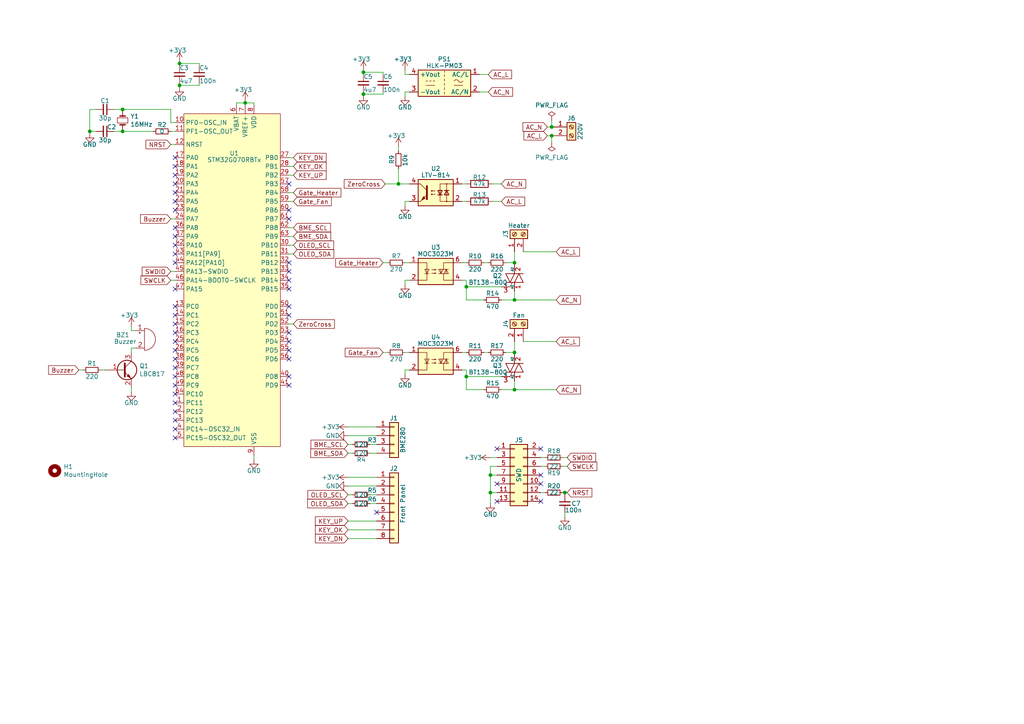
<source format=kicad_sch>
(kicad_sch (version 20211123) (generator eeschema)
  (paper "A4")
  (lib_symbols
    (symbol "Connector:Screw_Terminal_01x02" (pin_names (offset 1.016) hide)
      (property "Reference" "J" (at 0 2.54 0))
      (property "Value" "Screw_Terminal_01x02" (at 0 -5.08 0))
      (symbol "Screw_Terminal_01x02_1_1"
        (rectangle (start -1.27 1.27) (end 1.27 -3.81) (stroke (width 0.254)) (fill (type background)))
        (circle (center 0 -2.54) (radius 0.635) (stroke (width 0.1524)))
        (polyline (pts (xy -0.5334 -2.2098) (xy 0.3302 -3.048)) (stroke (width 0.1524)))
        (polyline (pts (xy -0.5334 0.3302) (xy 0.3302 -0.508)) (stroke (width 0.1524)))
        (polyline (pts (xy -0.3556 -2.032) (xy 0.508 -2.8702)) (stroke (width 0.1524)))
        (polyline (pts (xy -0.3556 0.508) (xy 0.508 -0.3302)) (stroke (width 0.1524)))
        (circle (center 0 0) (radius 0.635) (stroke (width 0.1524)))
        (pin passive line (at -5.08 0 0) (length 3.81) (name "Pin_1") (number "1"))
        (pin passive line (at -5.08 -2.54 0) (length 3.81) (name "Pin_2") (number "2"))
      )
    )
    (symbol "Connector_Generic:Conn_01x04" (pin_names (offset 1.016) hide)
      (property "Reference" "J" (at 0 5.08 0))
      (property "Value" "Conn_01x04" (at 0 -7.62 0))
      (symbol "Conn_01x04_1_1"
        (rectangle (start -1.27 -4.953) (end 0 -5.207) (stroke (width 0.1524)))
        (rectangle (start -1.27 -2.413) (end 0 -2.667) (stroke (width 0.1524)))
        (rectangle (start -1.27 0.127) (end 0 -0.127) (stroke (width 0.1524)))
        (rectangle (start -1.27 2.667) (end 0 2.413) (stroke (width 0.1524)))
        (rectangle (start -1.27 3.81) (end 1.27 -6.35) (stroke (width 0.254)) (fill (type background)))
        (pin passive line (at -5.08 2.54 0) (length 3.81) (name "Pin_1") (number "1"))
        (pin passive line (at -5.08 0 0) (length 3.81) (name "Pin_2") (number "2"))
        (pin passive line (at -5.08 -2.54 0) (length 3.81) (name "Pin_3") (number "3"))
        (pin passive line (at -5.08 -5.08 0) (length 3.81) (name "Pin_4") (number "4"))
      )
    )
    (symbol "Connector_Generic:Conn_01x08" (pin_names (offset 1.016) hide)
      (property "Reference" "J" (at 0 10.16 0))
      (property "Value" "Conn_01x08" (at 0 -12.7 0))
      (symbol "Conn_01x08_1_1"
        (rectangle (start -1.27 -10.033) (end 0 -10.287) (stroke (width 0.1524)))
        (rectangle (start -1.27 -7.493) (end 0 -7.747) (stroke (width 0.1524)))
        (rectangle (start -1.27 -4.953) (end 0 -5.207) (stroke (width 0.1524)))
        (rectangle (start -1.27 -2.413) (end 0 -2.667) (stroke (width 0.1524)))
        (rectangle (start -1.27 0.127) (end 0 -0.127) (stroke (width 0.1524)))
        (rectangle (start -1.27 2.667) (end 0 2.413) (stroke (width 0.1524)))
        (rectangle (start -1.27 5.207) (end 0 4.953) (stroke (width 0.1524)))
        (rectangle (start -1.27 7.747) (end 0 7.493) (stroke (width 0.1524)))
        (rectangle (start -1.27 8.89) (end 1.27 -11.43) (stroke (width 0.254)) (fill (type background)))
        (pin passive line (at -5.08 7.62 0) (length 3.81) (name "Pin_1") (number "1"))
        (pin passive line (at -5.08 5.08 0) (length 3.81) (name "Pin_2") (number "2"))
        (pin passive line (at -5.08 2.54 0) (length 3.81) (name "Pin_3") (number "3"))
        (pin passive line (at -5.08 0 0) (length 3.81) (name "Pin_4") (number "4"))
        (pin passive line (at -5.08 -2.54 0) (length 3.81) (name "Pin_5") (number "5"))
        (pin passive line (at -5.08 -5.08 0) (length 3.81) (name "Pin_6") (number "6"))
        (pin passive line (at -5.08 -7.62 0) (length 3.81) (name "Pin_7") (number "7"))
        (pin passive line (at -5.08 -10.16 0) (length 3.81) (name "Pin_8") (number "8"))
      )
    )
    (symbol "Connector_Generic:Conn_02x07_Odd_Even" (pin_names (offset 1.016) hide)
      (property "Reference" "J" (at 1.27 10.16 0))
      (property "Value" "Conn_02x07_Odd_Even" (at 1.27 -10.16 0))
      (symbol "Conn_02x07_Odd_Even_1_1"
        (rectangle (start -1.27 -7.493) (end 0 -7.747) (stroke (width 0.1524)))
        (rectangle (start -1.27 -4.953) (end 0 -5.207) (stroke (width 0.1524)))
        (rectangle (start -1.27 -2.413) (end 0 -2.667) (stroke (width 0.1524)))
        (rectangle (start -1.27 0.127) (end 0 -0.127) (stroke (width 0.1524)))
        (rectangle (start -1.27 2.667) (end 0 2.413) (stroke (width 0.1524)))
        (rectangle (start -1.27 5.207) (end 0 4.953) (stroke (width 0.1524)))
        (rectangle (start -1.27 7.747) (end 0 7.493) (stroke (width 0.1524)))
        (rectangle (start -1.27 8.89) (end 3.81 -8.89) (stroke (width 0.254)) (fill (type background)))
        (rectangle (start 3.81 -7.493) (end 2.54 -7.747) (stroke (width 0.1524)))
        (rectangle (start 3.81 -4.953) (end 2.54 -5.207) (stroke (width 0.1524)))
        (rectangle (start 3.81 -2.413) (end 2.54 -2.667) (stroke (width 0.1524)))
        (rectangle (start 3.81 0.127) (end 2.54 -0.127) (stroke (width 0.1524)))
        (rectangle (start 3.81 2.667) (end 2.54 2.413) (stroke (width 0.1524)))
        (rectangle (start 3.81 5.207) (end 2.54 4.953) (stroke (width 0.1524)))
        (rectangle (start 3.81 7.747) (end 2.54 7.493) (stroke (width 0.1524)))
        (pin passive line (at -5.08 7.62 0) (length 3.81) (name "Pin_1") (number "1"))
        (pin passive line (at 7.62 -2.54 180) (length 3.81) (name "Pin_10") (number "10"))
        (pin passive line (at -5.08 -5.08 0) (length 3.81) (name "Pin_11") (number "11"))
        (pin passive line (at 7.62 -5.08 180) (length 3.81) (name "Pin_12") (number "12"))
        (pin passive line (at -5.08 -7.62 0) (length 3.81) (name "Pin_13") (number "13"))
        (pin passive line (at 7.62 -7.62 180) (length 3.81) (name "Pin_14") (number "14"))
        (pin passive line (at 7.62 7.62 180) (length 3.81) (name "Pin_2") (number "2"))
        (pin passive line (at -5.08 5.08 0) (length 3.81) (name "Pin_3") (number "3"))
        (pin passive line (at 7.62 5.08 180) (length 3.81) (name "Pin_4") (number "4"))
        (pin passive line (at -5.08 2.54 0) (length 3.81) (name "Pin_5") (number "5"))
        (pin passive line (at 7.62 2.54 180) (length 3.81) (name "Pin_6") (number "6"))
        (pin passive line (at -5.08 0 0) (length 3.81) (name "Pin_7") (number "7"))
        (pin passive line (at 7.62 0 180) (length 3.81) (name "Pin_8") (number "8"))
        (pin passive line (at -5.08 -2.54 0) (length 3.81) (name "Pin_9") (number "9"))
      )
    )
    (symbol "Converter_ACDC:HLK-PM03"
      (property "Reference" "PS" (at 0 5.08 0))
      (property "Value" "HLK-PM03" (at 0 -5.08 0))
      (symbol "HLK-PM03_0_1"
        (rectangle (start -7.62 3.81) (end 7.62 -3.81) (stroke (width 0.254)) (fill (type background)))
        (arc (start -5.334 0.635) (mid -4.699 0.2495) (end -4.064 0.635))
        (arc (start -2.794 0.635) (mid -3.429 1.0072) (end -4.064 0.635))
        (polyline (pts (xy -5.334 -0.635) (xy -2.794 -0.635)))
        (polyline (pts (xy 0 -2.54) (xy 0 -3.175)))
        (polyline (pts (xy 0 -1.27) (xy 0 -1.905)))
        (polyline (pts (xy 0 0) (xy 0 -0.635)))
        (polyline (pts (xy 0 1.27) (xy 0 0.635)))
        (polyline (pts (xy 0 2.54) (xy 0 1.905)))
        (polyline (pts (xy 0 3.81) (xy 0 3.175)))
        (polyline (pts (xy 2.794 -0.635) (xy 5.334 -0.635)))
        (polyline (pts (xy 2.794 0.635) (xy 3.302 0.635)))
        (polyline (pts (xy 3.81 0.635) (xy 4.318 0.635)))
        (polyline (pts (xy 4.826 0.635) (xy 5.334 0.635)))
      )
      (symbol "HLK-PM03_1_1"
        (pin power_in line (at -10.16 2.54 0) (length 2.54) (name "AC/L") (number "1"))
        (pin power_in line (at -10.16 -2.54 0) (length 2.54) (name "AC/N") (number "2"))
        (pin power_out line (at 10.16 -2.54 180) (length 2.54) (name "-Vout") (number "3"))
        (pin power_out line (at 10.16 2.54 180) (length 2.54) (name "+Vout") (number "4"))
      )
    )
    (symbol "Device:Buzzer" (pin_names (offset 0.0254) hide)
      (property "Reference" "BZ" (at 3.81 1.27 0))
      (property "Value" "Buzzer" (at 3.81 -1.27 0))
      (symbol "Buzzer_0_1"
        (arc (start 0 -3.175) (mid 3.175 0) (end 0 3.175))
        (polyline (pts (xy -1.651 1.905) (xy -1.143 1.905)))
        (polyline (pts (xy -1.397 2.159) (xy -1.397 1.651)))
        (polyline (pts (xy 0 3.175) (xy 0 -3.175)))
      )
      (symbol "Buzzer_1_1"
        (pin passive line (at -2.54 2.54 0) (length 2.54) (name "-") (number "1"))
        (pin passive line (at -2.54 -2.54 0) (length 2.54) (name "+") (number "2"))
      )
    )
    (symbol "Device:C_Small" (pin_numbers hide) (pin_names (offset 0.254) hide)
      (property "Reference" "C" (at 0.254 1.778 0))
      (property "Value" "C_Small" (at 0.254 -2.032 0))
      (symbol "C_Small_0_1"
        (polyline (pts (xy -1.524 -0.508) (xy 1.524 -0.508)) (stroke (width 0.3302)))
        (polyline (pts (xy -1.524 0.508) (xy 1.524 0.508)) (stroke (width 0.3048)))
      )
      (symbol "C_Small_1_1"
        (pin passive line (at 0 2.54 270) (length 2.032) (name "~") (number "1"))
        (pin passive line (at 0 -2.54 90) (length 2.032) (name "~") (number "2"))
      )
    )
    (symbol "Device:Crystal_Small" (pin_numbers hide) (pin_names (offset 1.016) hide)
      (property "Reference" "Y" (at 0 2.54 0))
      (property "Value" "Crystal_Small" (at 0 -2.54 0))
      (symbol "Crystal_Small_0_1"
        (rectangle (start -0.762 -1.524) (end 0.762 1.524))
        (polyline (pts (xy -1.27 -0.762) (xy -1.27 0.762)) (stroke (width 0.381)))
        (polyline (pts (xy 1.27 -0.762) (xy 1.27 0.762)) (stroke (width 0.381)))
      )
      (symbol "Crystal_Small_1_1"
        (pin passive line (at -2.54 0 0) (length 1.27) (name "1") (number "1"))
        (pin passive line (at 2.54 0 180) (length 1.27) (name "2") (number "2"))
      )
    )
    (symbol "Device:Q_NPN_BEC" (pin_names (offset 0) hide)
      (property "Reference" "Q" (at 5.08 1.27 0))
      (property "Value" "Q_NPN_BEC" (at 5.08 -1.27 0))
      (symbol "Q_NPN_BEC_0_1"
        (polyline (pts (xy 0.635 0.635) (xy 2.54 2.54)))
        (polyline (pts (xy 0.635 -0.635) (xy 2.54 -2.54) (xy 2.54 -2.54)))
        (polyline (pts (xy 0.635 1.905) (xy 0.635 -1.905) (xy 0.635 -1.905)) (stroke (width 0.508)))
        (polyline (pts (xy 1.27 -1.778) (xy 1.778 -1.27) (xy 2.286 -2.286) (xy 1.27 -1.778) (xy 1.27 -1.778)) (fill (type outline)))
        (circle (center 1.27 0) (radius 2.8194) (stroke (width 0.254)))
      )
      (symbol "Q_NPN_BEC_1_1"
        (pin input line (at -5.08 0 0) (length 5.715) (name "B") (number "1"))
        (pin passive line (at 2.54 -5.08 90) (length 2.54) (name "E") (number "2"))
        (pin passive line (at 2.54 5.08 270) (length 2.54) (name "C") (number "3"))
      )
    )
    (symbol "Device:R" (pin_numbers hide) (pin_names (offset 0))
      (property "Reference" "R" (at 2.032 0 90))
      (property "Value" "R" (at 0 0 90))
      (symbol "R_0_1"
        (rectangle (start -1.016 -2.54) (end 1.016 2.54) (stroke (width 0.254)))
      )
      (symbol "R_1_1"
        (pin passive line (at 0 3.81 270) (length 1.27) (name "~") (number "1"))
        (pin passive line (at 0 -3.81 90) (length 1.27) (name "~") (number "2"))
      )
    )
    (symbol "Device:R_Small" (pin_numbers hide) (pin_names (offset 0.254) hide)
      (property "Reference" "R" (at 0.762 0.508 0))
      (property "Value" "R_Small" (at 0.762 -1.016 0))
      (symbol "R_Small_0_1"
        (rectangle (start -0.762 1.778) (end 0.762 -1.778) (stroke (width 0.2032)))
      )
      (symbol "R_Small_1_1"
        (pin passive line (at 0 2.54 270) (length 0.762) (name "~") (number "1"))
        (pin passive line (at 0 -2.54 90) (length 0.762) (name "~") (number "2"))
      )
    )
    (symbol "Isolator:LTV-814" (pin_names (offset 1.016))
      (property "Reference" "U" (at -5.08 5.08 0))
      (property "Value" "LTV-814" (at 0 5.08 0))
      (symbol "LTV-814_0_1"
        (rectangle (start -5.08 3.81) (end 5.08 -3.81) (stroke (width 0.254)) (fill (type background)))
        (circle (center -3.175 -2.54) (radius 0.127))
        (circle (center -3.175 2.54) (radius 0.127))
        (polyline (pts (xy -3.175 2.54) (xy -3.175 -2.54)))
        (polyline (pts (xy -1.905 -0.635) (xy -0.635 -0.635)) (stroke (width 0.254)))
        (polyline (pts (xy 2.54 0.635) (xy 4.445 2.54)))
        (polyline (pts (xy 4.445 -2.54) (xy 2.54 -0.635)) (fill (type outline)))
        (polyline (pts (xy 4.445 -2.54) (xy 5.08 -2.54)))
        (polyline (pts (xy 4.445 2.54) (xy 5.08 2.54)))
        (polyline (pts (xy -5.08 2.54) (xy -1.27 2.54) (xy -1.27 -0.762)))
        (polyline (pts (xy -1.27 -0.635) (xy -1.27 -2.54) (xy -5.08 -2.54)))
        (polyline (pts (xy 2.54 1.905) (xy 2.54 -1.905) (xy 2.54 -1.905)) (stroke (width 0.508)))
        (polyline (pts (xy -1.27 -0.635) (xy -1.905 0.635) (xy -0.635 0.635) (xy -1.27 -0.635)) (stroke (width 0.254)))
        (polyline (pts (xy 0.127 -0.508) (xy 1.397 -0.508) (xy 1.016 -0.635) (xy 1.016 -0.381) (xy 1.397 -0.508)))
        (polyline (pts (xy 0.127 0.508) (xy 1.397 0.508) (xy 1.016 0.381) (xy 1.016 0.635) (xy 1.397 0.508)))
        (polyline (pts (xy 3.048 -1.651) (xy 3.556 -1.143) (xy 4.064 -2.159) (xy 3.048 -1.651) (xy 3.048 -1.651)) (fill (type outline)))
      )
      (symbol "LTV-814_1_1"
        (polyline (pts (xy -3.81 0.635) (xy -2.54 0.635)) (stroke (width 0.254)))
        (polyline (pts (xy -3.175 0.635) (xy -3.81 -0.635) (xy -2.54 -0.635) (xy -3.175 0.635)) (stroke (width 0.254)))
        (pin passive line (at -7.62 2.54 0) (length 2.54) (name "~") (number "1"))
        (pin passive line (at -7.62 -2.54 0) (length 2.54) (name "~") (number "2"))
        (pin passive line (at 7.62 -2.54 180) (length 2.54) (name "~") (number "3"))
        (pin passive line (at 7.62 2.54 180) (length 2.54) (name "~") (number "4"))
      )
    )
    (symbol "Mechanical:MountingHole" (pin_names (offset 1.016))
      (property "Reference" "H" (at 0 5.08 0))
      (property "Value" "MountingHole" (at 0 3.175 0))
      (symbol "MountingHole_0_1"
        (circle (center 0 0) (radius 1.27) (stroke (width 1.27)))
      )
    )
    (symbol "Relay_SolidState:MOC3023M"
      (property "Reference" "U" (at -5.334 4.826 0))
      (property "Value" "MOC3023M" (at 0 5.08 0))
      (symbol "MOC3023M_0_1"
        (rectangle (start -5.08 3.81) (end 5.08 -3.81) (stroke (width 0.254)) (fill (type background)))
        (polyline (pts (xy -3.175 -0.635) (xy -1.905 -0.635)))
        (polyline (pts (xy 1.524 -0.635) (xy 1.524 0.635)))
        (polyline (pts (xy 3.048 0.635) (xy 3.048 -0.635)))
        (polyline (pts (xy 2.286 -0.635) (xy 2.286 -2.54) (xy 5.08 -2.54)))
        (polyline (pts (xy 2.286 0.635) (xy 2.286 2.54) (xy 5.08 2.54)))
        (polyline (pts (xy -5.08 2.54) (xy -2.54 2.54) (xy -2.54 -2.54) (xy -5.08 -2.54)))
        (polyline (pts (xy -2.54 -0.635) (xy -3.175 0.635) (xy -1.905 0.635) (xy -2.54 -0.635)))
        (polyline (pts (xy 0.889 -0.635) (xy 3.683 -0.635) (xy 3.048 0.635) (xy 2.413 -0.635)))
        (polyline (pts (xy 3.683 0.635) (xy 0.889 0.635) (xy 1.524 -0.635) (xy 2.159 0.635)))
        (polyline (pts (xy -1.143 -0.508) (xy 0.127 -0.508) (xy -0.254 -0.635) (xy -0.254 -0.381) (xy 0.127 -0.508)))
        (polyline (pts (xy -1.143 0.508) (xy 0.127 0.508) (xy -0.254 0.381) (xy -0.254 0.635) (xy 0.127 0.508)))
      )
      (symbol "MOC3023M_1_1"
        (pin passive line (at -7.62 2.54 0) (length 2.54) (name "~") (number "1"))
        (pin passive line (at -7.62 -2.54 0) (length 2.54) (name "~") (number "2"))
        (pin no_connect line (at -5.08 0 0) (length 2.54) hide (name "NC") (number "3"))
        (pin passive line (at 7.62 -2.54 180) (length 2.54) (name "~") (number "4"))
        (pin no_connect line (at 5.08 0 180) (length 2.54) hide (name "NC") (number "5"))
        (pin passive line (at 7.62 2.54 180) (length 2.54) (name "~") (number "6"))
      )
    )
    (symbol "Triac_Thyristor:BT138-800" (pin_names (offset 0))
      (property "Reference" "Q" (at 5.08 1.905 0))
      (property "Value" "BT138-800" (at 5.08 0 0))
      (symbol "BT138-800_0_1"
        (polyline (pts (xy -2.54 -1.27) (xy 2.54 -1.27)) (stroke (width 0.2032)))
        (polyline (pts (xy -2.54 1.27) (xy 2.54 1.27)) (stroke (width 0.2032)))
        (polyline (pts (xy -1.27 -2.54) (xy -0.635 -1.27)))
        (polyline (pts (xy -2.54 1.27) (xy -1.27 -1.27) (xy 0 1.27)) (stroke (width 0.2032)))
        (polyline (pts (xy 0 -1.27) (xy 1.27 1.27) (xy 2.54 -1.27)) (stroke (width 0.2032)))
      )
      (symbol "BT138-800_1_1"
        (pin passive line (at 0 -3.81 90) (length 2.54) (name "A1") (number "1"))
        (pin passive line (at 0 3.81 270) (length 2.54) (name "A2") (number "2"))
        (pin input line (at -3.81 -2.54 0) (length 2.54) (name "G") (number "3"))
      )
    )
    (symbol "my_additions:STM32G070RBTx"
      (property "Reference" "U" (at -13.97 49.53 0))
      (property "Value" "STM32G070RBTx" (at -8.255 34.29 0))
      (symbol "STM32G070RBTx_0_1"
        (rectangle (start -13.97 48.26) (end 13.97 -48.26) (fill (type background)))
      )
      (symbol "STM32G070RBTx_1_1"
        (pin bidirectional line (at -16.51 -35.56 0) (length 2.54) (name "PC11") (number "1"))
        (pin bidirectional line (at -16.51 45.72 0) (length 2.54) (name "PF0-OSC_IN") (number "10"))
        (pin bidirectional line (at -16.51 43.18 0) (length 2.54) (name "PF1-OSC_OUT") (number "11"))
        (pin input line (at -16.51 39.37 0) (length 2.54) (name "NRST") (number "12"))
        (pin bidirectional line (at -16.51 -7.62 0) (length 2.54) (name "PC0") (number "13"))
        (pin bidirectional line (at -16.51 -10.16 0) (length 2.54) (name "PC1") (number "14"))
        (pin bidirectional line (at -16.51 -12.7 0) (length 2.54) (name "PC2") (number "15"))
        (pin bidirectional line (at -16.51 -15.24 0) (length 2.54) (name "PC3") (number "16"))
        (pin bidirectional line (at -16.51 35.56 0) (length 2.54) (name "PA0") (number "17"))
        (pin bidirectional line (at -16.51 33.02 0) (length 2.54) (name "PA1") (number "18"))
        (pin bidirectional line (at -16.51 30.48 0) (length 2.54) (name "PA2") (number "19"))
        (pin bidirectional line (at -16.51 -38.1 0) (length 2.54) (name "PC12") (number "2"))
        (pin bidirectional line (at -16.51 27.94 0) (length 2.54) (name "PA3") (number "20"))
        (pin bidirectional line (at -16.51 25.4 0) (length 2.54) (name "PA4") (number "21"))
        (pin bidirectional line (at -16.51 22.86 0) (length 2.54) (name "PA5") (number "22"))
        (pin bidirectional line (at -16.51 20.32 0) (length 2.54) (name "PA6") (number "23"))
        (pin bidirectional line (at -16.51 17.78 0) (length 2.54) (name "PA7") (number "24"))
        (pin bidirectional line (at -16.51 -17.78 0) (length 2.54) (name "PC4") (number "25"))
        (pin bidirectional line (at -16.51 -20.32 0) (length 2.54) (name "PC5") (number "26"))
        (pin bidirectional line (at 16.51 35.56 180) (length 2.54) (name "PB0") (number "27"))
        (pin bidirectional line (at 16.51 33.02 180) (length 2.54) (name "PB1") (number "28"))
        (pin bidirectional line (at 16.51 30.48 180) (length 2.54) (name "PB2") (number "29"))
        (pin bidirectional line (at -16.51 -40.64 0) (length 2.54) (name "PC13") (number "3"))
        (pin bidirectional line (at 16.51 10.16 180) (length 2.54) (name "PB10") (number "30"))
        (pin bidirectional line (at 16.51 7.62 180) (length 2.54) (name "PB11") (number "31"))
        (pin bidirectional line (at 16.51 5.08 180) (length 2.54) (name "PB12") (number "32"))
        (pin bidirectional line (at 16.51 2.54 180) (length 2.54) (name "PB13") (number "33"))
        (pin bidirectional line (at 16.51 0 180) (length 2.54) (name "PB14") (number "34"))
        (pin bidirectional line (at 16.51 -2.54 180) (length 2.54) (name "PB15") (number "35"))
        (pin bidirectional line (at -16.51 15.24 0) (length 2.54) (name "PA8") (number "36"))
        (pin bidirectional line (at -16.51 12.7 0) (length 2.54) (name "PA9") (number "37"))
        (pin bidirectional line (at -16.51 -22.86 0) (length 2.54) (name "PC6") (number "38"))
        (pin bidirectional line (at -16.51 -25.4 0) (length 2.54) (name "PC7") (number "39"))
        (pin bidirectional line (at -16.51 -43.18 0) (length 2.54) (name "PC14-OSC32_IN") (number "4"))
        (pin bidirectional line (at 16.51 -27.94 180) (length 2.54) (name "PD8") (number "40"))
        (pin bidirectional line (at 16.51 -30.48 180) (length 2.54) (name "PD9") (number "41"))
        (pin bidirectional line (at -16.51 10.16 0) (length 2.54) (name "PA10") (number "42"))
        (pin bidirectional line (at -16.51 7.62 0) (length 2.54) (name "PA11[PA9]") (number "43"))
        (pin bidirectional line (at -16.51 5.08 0) (length 2.54) (name "PA12[PA10]") (number "44"))
        (pin bidirectional line (at -16.51 2.54 0) (length 2.54) (name "PA13-SWDIO") (number "45"))
        (pin bidirectional line (at -16.51 0 0) (length 2.54) (name "PA14-BOOT0-SWCLK") (number "46"))
        (pin bidirectional line (at -16.51 -2.54 0) (length 2.54) (name "PA15") (number "47"))
        (pin bidirectional line (at -16.51 -27.94 0) (length 2.54) (name "PC8") (number "48"))
        (pin bidirectional line (at -16.51 -30.48 0) (length 2.54) (name "PC9") (number "49"))
        (pin bidirectional line (at -16.51 -45.72 0) (length 2.54) (name "PC15-OSC32_OUT") (number "5"))
        (pin bidirectional line (at 16.51 -7.62 180) (length 2.54) (name "PD0") (number "50"))
        (pin bidirectional line (at 16.51 -10.16 180) (length 2.54) (name "PD1") (number "51"))
        (pin bidirectional line (at 16.51 -12.7 180) (length 2.54) (name "PD2") (number "52"))
        (pin bidirectional line (at 16.51 -15.24 180) (length 2.54) (name "PD3") (number "53"))
        (pin bidirectional line (at 16.51 -17.78 180) (length 2.54) (name "PD4") (number "54"))
        (pin bidirectional line (at 16.51 -20.32 180) (length 2.54) (name "PD5") (number "55"))
        (pin bidirectional line (at 16.51 -22.86 180) (length 2.54) (name "PD6") (number "56"))
        (pin bidirectional line (at 16.51 27.94 180) (length 2.54) (name "PB3") (number "57"))
        (pin bidirectional line (at 16.51 25.4 180) (length 2.54) (name "PB4") (number "58"))
        (pin bidirectional line (at 16.51 22.86 180) (length 2.54) (name "PB5") (number "59"))
        (pin power_in line (at 1.27 50.8 270) (length 2.54) (name "VBAT") (number "6"))
        (pin bidirectional line (at 16.51 20.32 180) (length 2.54) (name "PB6") (number "60"))
        (pin bidirectional line (at 16.51 17.78 180) (length 2.54) (name "PB7") (number "61"))
        (pin bidirectional line (at 16.51 15.24 180) (length 2.54) (name "PB8") (number "62"))
        (pin bidirectional line (at 16.51 12.7 180) (length 2.54) (name "PB9") (number "63"))
        (pin bidirectional line (at -16.51 -33.02 0) (length 2.54) (name "PC10") (number "64"))
        (pin input line (at 3.81 50.8 270) (length 2.54) (name "VREF+") (number "7"))
        (pin power_in line (at 6.35 50.8 270) (length 2.54) (name "VDD") (number "8"))
        (pin power_in line (at 6.35 -50.8 90) (length 2.54) (name "VSS") (number "9"))
      )
    )
    (symbol "power:+3V3" (power) (pin_names (offset 0))
      (property "Value" "+3V3" (at 0 3.556 0))
      (symbol "+3V3_0_1"
        (polyline (pts (xy -0.762 1.27) (xy 0 2.54)))
        (polyline (pts (xy 0 0) (xy 0 2.54)))
        (polyline (pts (xy 0 2.54) (xy 0.762 1.27)))
      )
      (symbol "+3V3_1_1"
        (pin power_in line (at 0 0 90) (length 0) hide (name "+3V3") (number "1"))
      )
    )
    (symbol "power:GND" (power) (pin_names (offset 0))
      (property "Value" "GND" (at 0 -3.81 0))
      (symbol "GND_0_1"
        (polyline (pts (xy 0 0) (xy 0 -1.27) (xy 1.27 -1.27) (xy 0 -2.54) (xy -1.27 -1.27) (xy 0 -1.27)))
      )
      (symbol "GND_1_1"
        (pin power_in line (at 0 0 270) (length 0) hide (name "GND") (number "1"))
      )
    )
    (symbol "power:PWR_FLAG" (power) (pin_numbers hide) (pin_names (offset 0) hide)
      (property "Value" "PWR_FLAG" (at 0 3.81 0))
      (symbol "PWR_FLAG_0_0"
        (pin power_out line (at 0 0 90) (length 0) (name "pwr") (number "1"))
      )
      (symbol "PWR_FLAG_0_1"
        (polyline (pts (xy 0 0) (xy 0 1.27) (xy -1.016 1.905) (xy 0 2.54) (xy 1.016 1.905) (xy 0 1.27)))
      )
    )
  )
  (junction (at 163.83 142.875))
  (junction (at 149.225 86.995))
  (junction (at 52.07 18.415))
  (junction (at 35.56 31.75))
  (junction (at 160.02 39.37))
  (junction (at 149.225 113.03))
  (junction (at 149.225 102.235))
  (junction (at 142.24 137.795))
  (junction (at 115.57 53.34))
  (junction (at 142.24 142.875))
  (junction (at 135.255 109.22))
  (junction (at 26.035 38.1))
  (junction (at 105.41 27.305))
  (junction (at 160.02 36.83))
  (junction (at 105.41 20.955))
  (junction (at 35.56 38.1))
  (junction (at 52.07 24.765))
  (junction (at 149.225 76.2))
  (junction (at 71.12 29.845))
  (junction (at 135.255 83.185))
  (no_connect (at 50.8 88.9))
  (no_connect (at 50.8 96.52))
  (no_connect (at 50.8 124.46))
  (no_connect (at 156.845 145.415))
  (no_connect (at 83.82 99.06))
  (no_connect (at 83.82 63.5))
  (no_connect (at 109.22 148.59))
  (no_connect (at 83.82 96.52))
  (no_connect (at 83.82 83.82))
  (no_connect (at 83.82 81.28))
  (no_connect (at 144.145 145.415))
  (no_connect (at 50.8 114.3))
  (no_connect (at 83.82 53.34))
  (no_connect (at 50.8 66.04))
  (no_connect (at 50.8 121.92))
  (no_connect (at 50.8 109.22))
  (no_connect (at 50.8 48.26))
  (no_connect (at 50.8 71.12))
  (no_connect (at 83.82 76.2))
  (no_connect (at 50.8 83.82))
  (no_connect (at 50.8 76.2))
  (no_connect (at 50.8 68.58))
  (no_connect (at 50.8 55.88))
  (no_connect (at 83.82 91.44))
  (no_connect (at 83.82 101.6))
  (no_connect (at 50.8 111.76))
  (no_connect (at 156.845 130.175))
  (no_connect (at 50.8 101.6))
  (no_connect (at 83.82 60.96))
  (no_connect (at 50.8 60.96))
  (no_connect (at 83.82 109.22))
  (no_connect (at 83.82 78.74))
  (no_connect (at 50.8 93.98))
  (no_connect (at 50.8 99.06))
  (no_connect (at 83.82 104.14))
  (no_connect (at 156.845 140.335))
  (no_connect (at 83.82 88.9))
  (no_connect (at 50.8 58.42))
  (no_connect (at 156.845 137.795))
  (no_connect (at 50.8 50.8))
  (no_connect (at 50.8 73.66))
  (no_connect (at 144.145 140.335))
  (no_connect (at 50.8 116.84))
  (no_connect (at 50.8 53.34))
  (no_connect (at 50.8 91.44))
  (no_connect (at 50.8 119.38))
  (no_connect (at 144.145 130.175))
  (no_connect (at 50.8 106.68))
  (no_connect (at 50.8 45.72))
  (no_connect (at 83.82 111.76))
  (no_connect (at 50.8 127))
  (no_connect (at 50.8 104.14))
  (wire (pts (xy 52.07 24.765) (xy 52.07 25.4)))
  (wire (pts (xy 100.965 138.43) (xy 109.22 138.43)))
  (wire (pts (xy 135.255 58.42) (xy 133.985 58.42)))
  (wire (pts (xy 118.745 21.59) (xy 117.475 21.59)))
  (wire (pts (xy 38.1 113.665) (xy 38.1 112.395)))
  (wire (pts (xy 107.315 131.445) (xy 109.22 131.445)))
  (wire (pts (xy 142.24 137.795) (xy 142.24 142.875)))
  (wire (pts (xy 160.02 41.275) (xy 160.02 39.37)))
  (wire (pts (xy 117.475 81.28) (xy 118.745 81.28)))
  (wire (pts (xy 139.065 21.59) (xy 141.605 21.59)))
  (wire (pts (xy 158.115 132.715) (xy 156.845 132.715)))
  (wire (pts (xy 135.255 83.185) (xy 135.255 81.28)))
  (wire (pts (xy 149.225 113.03) (xy 161.29 113.03)))
  (wire (pts (xy 35.56 31.75) (xy 49.53 31.75)))
  (wire (pts (xy 144.145 142.875) (xy 142.24 142.875)))
  (wire (pts (xy 111.125 27.305) (xy 105.41 27.305)))
  (wire (pts (xy 105.41 27.305) (xy 105.41 27.94)))
  (wire (pts (xy 160.02 36.83) (xy 160.655 36.83)))
  (wire (pts (xy 85.09 68.58) (xy 83.82 68.58)))
  (wire (pts (xy 117.475 58.42) (xy 117.475 59.69)))
  (wire (pts (xy 118.745 58.42) (xy 117.475 58.42)))
  (wire (pts (xy 160.02 39.37) (xy 160.655 39.37)))
  (wire (pts (xy 163.195 132.715) (xy 164.465 132.715)))
  (wire (pts (xy 135.255 109.22) (xy 135.255 107.315)))
  (wire (pts (xy 49.53 78.74) (xy 50.8 78.74)))
  (wire (pts (xy 117.475 107.315) (xy 118.745 107.315)))
  (wire (pts (xy 145.415 86.995) (xy 149.225 86.995)))
  (wire (pts (xy 33.02 31.75) (xy 35.56 31.75)))
  (wire (pts (xy 29.21 107.315) (xy 30.48 107.315)))
  (wire (pts (xy 107.315 143.51) (xy 109.22 143.51)))
  (wire (pts (xy 105.41 20.955) (xy 105.41 20.32)))
  (wire (pts (xy 33.02 38.1) (xy 35.56 38.1)))
  (wire (pts (xy 85.09 50.8) (xy 83.82 50.8)))
  (wire (pts (xy 144.145 135.255) (xy 142.24 135.255)))
  (wire (pts (xy 100.965 156.21) (xy 109.22 156.21)))
  (wire (pts (xy 111.76 53.34) (xy 115.57 53.34)))
  (wire (pts (xy 35.56 32.385) (xy 35.56 31.75)))
  (wire (pts (xy 26.035 38.735) (xy 26.035 38.1)))
  (wire (pts (xy 85.09 73.66) (xy 83.82 73.66)))
  (wire (pts (xy 149.225 102.235) (xy 149.225 99.06)))
  (wire (pts (xy 27.94 38.1) (xy 26.035 38.1)))
  (wire (pts (xy 118.745 26.67) (xy 117.475 26.67)))
  (wire (pts (xy 85.09 66.04) (xy 83.82 66.04)))
  (wire (pts (xy 140.335 102.235) (xy 141.605 102.235)))
  (wire (pts (xy 49.53 41.91) (xy 50.8 41.91)))
  (wire (pts (xy 85.09 45.72) (xy 83.82 45.72)))
  (wire (pts (xy 39.37 95.885) (xy 38.1 95.885)))
  (wire (pts (xy 158.75 36.83) (xy 160.02 36.83)))
  (wire (pts (xy 158.115 135.255) (xy 156.845 135.255)))
  (wire (pts (xy 49.53 31.75) (xy 49.53 35.56)))
  (wire (pts (xy 118.745 53.34) (xy 115.57 53.34)))
  (wire (pts (xy 163.195 135.255) (xy 164.465 135.255)))
  (wire (pts (xy 149.225 113.03) (xy 149.225 110.49)))
  (wire (pts (xy 135.255 53.34) (xy 133.985 53.34)))
  (wire (pts (xy 117.475 102.235) (xy 118.745 102.235)))
  (wire (pts (xy 49.53 35.56) (xy 50.8 35.56)))
  (wire (pts (xy 142.24 132.715) (xy 144.145 132.715)))
  (wire (pts (xy 145.415 83.185) (xy 135.255 83.185)))
  (wire (pts (xy 111.125 26.67) (xy 111.125 27.305)))
  (wire (pts (xy 35.56 38.1) (xy 44.45 38.1)))
  (wire (pts (xy 38.1 100.965) (xy 39.37 100.965)))
  (wire (pts (xy 117.475 108.585) (xy 117.475 107.315)))
  (wire (pts (xy 85.09 71.12) (xy 83.82 71.12)))
  (wire (pts (xy 49.53 81.28) (xy 50.8 81.28)))
  (wire (pts (xy 100.965 143.51) (xy 102.235 143.51)))
  (wire (pts (xy 163.83 142.875) (xy 164.465 142.875)))
  (wire (pts (xy 133.985 76.2) (xy 135.255 76.2)))
  (wire (pts (xy 142.24 135.255) (xy 142.24 137.795)))
  (wire (pts (xy 144.145 137.795) (xy 142.24 137.795)))
  (wire (pts (xy 149.225 76.2) (xy 149.225 76.835)))
  (wire (pts (xy 83.82 93.98) (xy 85.09 93.98)))
  (wire (pts (xy 85.09 55.88) (xy 83.82 55.88)))
  (wire (pts (xy 52.07 18.415) (xy 52.07 17.78)))
  (wire (pts (xy 135.255 113.03) (xy 135.255 109.22)))
  (wire (pts (xy 100.965 146.05) (xy 102.235 146.05)))
  (wire (pts (xy 163.83 148.59) (xy 163.83 149.86)))
  (wire (pts (xy 140.335 86.995) (xy 135.255 86.995)))
  (wire (pts (xy 145.415 113.03) (xy 149.225 113.03)))
  (wire (pts (xy 160.02 34.925) (xy 160.02 36.83)))
  (wire (pts (xy 100.965 140.97) (xy 109.22 140.97)))
  (wire (pts (xy 38.1 102.235) (xy 38.1 100.965)))
  (wire (pts (xy 149.225 86.995) (xy 149.225 84.455)))
  (wire (pts (xy 57.785 18.415) (xy 52.07 18.415)))
  (wire (pts (xy 111.125 102.235) (xy 112.395 102.235)))
  (wire (pts (xy 35.56 37.465) (xy 35.56 38.1)))
  (wire (pts (xy 100.965 126.365) (xy 109.22 126.365)))
  (wire (pts (xy 49.53 38.1) (xy 50.8 38.1)))
  (wire (pts (xy 117.475 26.67) (xy 117.475 27.94)))
  (wire (pts (xy 49.53 63.5) (xy 50.8 63.5)))
  (wire (pts (xy 145.415 109.22) (xy 135.255 109.22)))
  (wire (pts (xy 149.225 76.2) (xy 149.225 73.025)))
  (wire (pts (xy 158.115 142.875) (xy 156.845 142.875)))
  (wire (pts (xy 117.475 76.2) (xy 118.745 76.2)))
  (wire (pts (xy 68.58 29.845) (xy 71.12 29.845)))
  (wire (pts (xy 68.58 30.48) (xy 68.58 29.845)))
  (wire (pts (xy 57.785 24.765) (xy 52.07 24.765)))
  (wire (pts (xy 85.09 48.26) (xy 83.82 48.26)))
  (wire (pts (xy 26.035 31.75) (xy 27.94 31.75)))
  (wire (pts (xy 100.965 151.13) (xy 109.22 151.13)))
  (wire (pts (xy 151.765 73.025) (xy 161.29 73.025)))
  (wire (pts (xy 158.75 39.37) (xy 160.02 39.37)))
  (wire (pts (xy 100.965 128.905) (xy 102.235 128.905)))
  (wire (pts (xy 73.66 133.35) (xy 73.66 132.08)))
  (wire (pts (xy 52.07 24.13) (xy 52.07 24.765)))
  (wire (pts (xy 71.12 30.48) (xy 71.12 29.845)))
  (wire (pts (xy 85.09 58.42) (xy 83.82 58.42)))
  (wire (pts (xy 22.86 107.315) (xy 24.13 107.315)))
  (wire (pts (xy 140.335 76.2) (xy 141.605 76.2)))
  (wire (pts (xy 117.475 82.55) (xy 117.475 81.28)))
  (wire (pts (xy 145.415 58.42) (xy 142.875 58.42)))
  (wire (pts (xy 38.1 95.885) (xy 38.1 94.615)))
  (wire (pts (xy 107.315 146.05) (xy 109.22 146.05)))
  (wire (pts (xy 111.125 20.955) (xy 105.41 20.955)))
  (wire (pts (xy 100.965 153.67) (xy 109.22 153.67)))
  (wire (pts (xy 135.255 86.995) (xy 135.255 83.185)))
  (wire (pts (xy 26.035 38.1) (xy 26.035 31.75)))
  (wire (pts (xy 149.225 86.995) (xy 161.29 86.995)))
  (wire (pts (xy 107.315 128.905) (xy 109.22 128.905)))
  (wire (pts (xy 151.765 99.06) (xy 161.29 99.06)))
  (wire (pts (xy 115.57 53.34) (xy 115.57 48.895)))
  (wire (pts (xy 71.12 29.845) (xy 73.66 29.845)))
  (wire (pts (xy 146.685 102.235) (xy 149.225 102.235)))
  (wire (pts (xy 57.785 19.05) (xy 57.785 18.415)))
  (wire (pts (xy 139.065 26.67) (xy 141.605 26.67)))
  (wire (pts (xy 105.41 26.67) (xy 105.41 27.305)))
  (wire (pts (xy 135.255 81.28) (xy 133.985 81.28)))
  (wire (pts (xy 52.07 19.05) (xy 52.07 18.415)))
  (wire (pts (xy 111.125 76.2) (xy 112.395 76.2)))
  (wire (pts (xy 140.335 113.03) (xy 135.255 113.03)))
  (wire (pts (xy 133.985 102.235) (xy 135.255 102.235)))
  (wire (pts (xy 142.24 142.875) (xy 142.24 146.05)))
  (wire (pts (xy 135.255 107.315) (xy 133.985 107.315)))
  (wire (pts (xy 146.685 76.2) (xy 149.225 76.2)))
  (wire (pts (xy 71.12 29.21) (xy 71.12 29.845)))
  (wire (pts (xy 73.66 29.845) (xy 73.66 30.48)))
  (wire (pts (xy 100.965 131.445) (xy 102.235 131.445)))
  (wire (pts (xy 115.57 43.815) (xy 115.57 42.545)))
  (wire (pts (xy 149.225 102.235) (xy 149.225 102.87)))
  (wire (pts (xy 100.965 123.825) (xy 109.22 123.825)))
  (wire (pts (xy 117.475 21.59) (xy 117.475 20.32)))
  (wire (pts (xy 145.415 53.34) (xy 142.875 53.34)))
  (wire (pts (xy 163.83 143.51) (xy 163.83 142.875)))
  (wire (pts (xy 163.195 142.875) (xy 163.83 142.875)))
  (wire (pts (xy 57.785 24.13) (xy 57.785 24.765)))
  (wire (pts (xy 111.125 21.59) (xy 111.125 20.955)))
  (wire (pts (xy 105.41 21.59) (xy 105.41 20.955)))
  (global_label "AC_N" (shape input) (at 161.29 113.03 0) (property "Intersheet References" "${INTERSHEET_REFS}" (effects hide)))
  (global_label "SWDIO" (shape input) (at 164.465 132.715 0) (property "Intersheet References" "${INTERSHEET_REFS}" (effects hide)))
  (global_label "OLED_SCL" (shape input) (at 85.09 71.12 0) (property "Intersheet References" "${INTERSHEET_REFS}" (effects hide)))
  (global_label "BME_SCL" (shape input) (at 85.09 66.04 0) (property "Intersheet References" "${INTERSHEET_REFS}" (effects hide)))
  (global_label "KEY_OK" (shape input) (at 100.965 153.67 180) (property "Intersheet References" "${INTERSHEET_REFS}" (effects hide)))
  (global_label "SWCLK" (shape input) (at 164.465 135.255 0) (property "Intersheet References" "${INTERSHEET_REFS}" (effects hide)))
  (global_label "KEY_DN" (shape input) (at 85.09 45.72 0) (property "Intersheet References" "${INTERSHEET_REFS}" (effects hide)))
  (global_label "NRST" (shape input) (at 164.465 142.875 0) (property "Intersheet References" "${INTERSHEET_REFS}" (effects hide)))
  (global_label "AC_L" (shape input) (at 141.605 21.59 0) (property "Intersheet References" "${INTERSHEET_REFS}" (effects hide)))
  (global_label "BME_SCL" (shape input) (at 100.965 128.905 180) (property "Intersheet References" "${INTERSHEET_REFS}" (effects hide)))
  (global_label "AC_L" (shape input) (at 161.29 99.06 0) (property "Intersheet References" "${INTERSHEET_REFS}" (effects hide)))
  (global_label "BME_SDA" (shape input) (at 85.09 68.58 0) (property "Intersheet References" "${INTERSHEET_REFS}" (effects hide)))
  (global_label "SWDIO" (shape input) (at 49.53 78.74 180) (property "Intersheet References" "${INTERSHEET_REFS}" (effects hide)))
  (global_label "AC_L" (shape input) (at 145.415 58.42 0) (property "Intersheet References" "${INTERSHEET_REFS}" (effects hide)))
  (global_label "NRST" (shape input) (at 49.53 41.91 180) (property "Intersheet References" "${INTERSHEET_REFS}" (effects hide)))
  (global_label "Buzzer" (shape input) (at 49.53 63.5 180) (property "Intersheet References" "${INTERSHEET_REFS}" (effects hide)))
  (global_label "ZeroCross" (shape input) (at 111.76 53.34 180) (property "Intersheet References" "${INTERSHEET_REFS}" (effects hide)))
  (global_label "AC_N" (shape input) (at 161.29 86.995 0) (property "Intersheet References" "${INTERSHEET_REFS}" (effects hide)))
  (global_label "OLED_SCL" (shape input) (at 100.965 143.51 180) (property "Intersheet References" "${INTERSHEET_REFS}" (effects hide)))
  (global_label "Gate_Heater" (shape input) (at 111.125 76.2 180) (property "Intersheet References" "${INTERSHEET_REFS}" (effects hide)))
  (global_label "KEY_DN" (shape input) (at 100.965 156.21 180) (property "Intersheet References" "${INTERSHEET_REFS}" (effects hide)))
  (global_label "AC_N" (shape input) (at 158.75 36.83 180) (property "Intersheet References" "${INTERSHEET_REFS}" (effects hide)))
  (global_label "SWCLK" (shape input) (at 49.53 81.28 180) (property "Intersheet References" "${INTERSHEET_REFS}" (effects hide)))
  (global_label "Gate_Heater" (shape input) (at 85.09 55.88 0) (property "Intersheet References" "${INTERSHEET_REFS}" (effects hide)))
  (global_label "KEY_UP" (shape input) (at 85.09 50.8 0) (property "Intersheet References" "${INTERSHEET_REFS}" (effects hide)))
  (global_label "AC_L" (shape input) (at 161.29 73.025 0) (property "Intersheet References" "${INTERSHEET_REFS}" (effects hide)))
  (global_label "BME_SDA" (shape input) (at 100.965 131.445 180) (property "Intersheet References" "${INTERSHEET_REFS}" (effects hide)))
  (global_label "OLED_SDA" (shape input) (at 100.965 146.05 180) (property "Intersheet References" "${INTERSHEET_REFS}" (effects hide)))
  (global_label "Gate_Fan" (shape input) (at 85.09 58.42 0) (property "Intersheet References" "${INTERSHEET_REFS}" (effects hide)))
  (global_label "AC_N" (shape input) (at 141.605 26.67 0) (property "Intersheet References" "${INTERSHEET_REFS}" (effects hide)))
  (global_label "Buzzer" (shape input) (at 22.86 107.315 180) (property "Intersheet References" "${INTERSHEET_REFS}" (effects hide)))
  (global_label "Gate_Fan" (shape input) (at 111.125 102.235 180) (property "Intersheet References" "${INTERSHEET_REFS}" (effects hide)))
  (global_label "AC_L" (shape input) (at 158.75 39.37 180) (property "Intersheet References" "${INTERSHEET_REFS}" (effects hide)))
  (global_label "KEY_OK" (shape input) (at 85.09 48.26 0) (property "Intersheet References" "${INTERSHEET_REFS}" (effects hide)))
  (global_label "KEY_UP" (shape input) (at 100.965 151.13 180) (property "Intersheet References" "${INTERSHEET_REFS}" (effects hide)))
  (global_label "AC_N" (shape input) (at 145.415 53.34 0) (property "Intersheet References" "${INTERSHEET_REFS}" (effects hide)))
  (global_label "OLED_SDA" (shape input) (at 85.09 73.66 0) (property "Intersheet References" "${INTERSHEET_REFS}" (effects hide)))
  (global_label "ZeroCross" (shape input) (at 85.09 93.98 0) (property "Intersheet References" "${INTERSHEET_REFS}" (effects hide)))
  (symbol (lib_id "my_additions:STM32G070RBTx") (at 67.31 81.28 0) (unit 1)
    (property "Reference" "U1" (at 67.945 44.45 0))
    (property "Value" "STM32G070RBTx" (at 67.945 46.355 0))
    (property "Footprint" "Package_QFP:LQFP-64_10x10mm_P0.5mm" (effects hide))
  )
  (symbol (lib_id "Converter_ACDC:HLK-PM03") (at 128.905 24.13 0) (mirror y) (unit 1)
    (property "Reference" "PS1" (at 128.905 17.145 0))
    (property "Value" "HLK-PM03" (at 128.905 19.05 0))
    (property "Footprint" "Converter_ACDC:Converter_ACDC_HiLink_HLK-PMxx" (effects hide))
    (property "Datasheet" "http://www.hlktech.net/product_detail.php?ProId=59" (effects hide))
  )
  (symbol (lib_id "Isolator:LTV-814") (at 126.365 55.88 0) (mirror y) (unit 1)
    (property "Reference" "U2" (at 126.365 48.895 0))
    (property "Value" "LTV-814" (at 126.365 50.8 0))
    (property "Footprint" "my_additions:OPTO-SMD4" (effects hide))
    (property "Datasheet" "https://optoelectronics.liteon.com/upload/download/DS-70-96-0013/LTV-8X4%20series%20201509.pdf" (effects hide))
  )
  (symbol (lib_id "Relay_SolidState:MOC3023M") (at 126.365 78.74 0) (unit 1)
    (property "Reference" "U3" (at 126.365 71.755 0))
    (property "Value" "MOC3023M" (at 126.365 73.66 0))
    (property "Footprint" "Package_DIP:DIP-6_W7.62mm_LongPads" (effects hide))
    (property "Datasheet" "https://www.onsemi.com/pub/Collateral/MOC3023M-D.PDF" (effects hide))
  )
  (symbol (lib_id "Triac_Thyristor:BT138-800") (at 149.225 80.645 0) (unit 1)
    (property "Reference" "Q2" (at 142.875 80.01 0) (effects (justify left)))
    (property "Value" "BT138-800" (at 135.89 81.915 0) (effects (justify left)))
    (property "Footprint" "Package_TO_SOT_THT:TO-220-3_Vertical" (effects hide))
    (property "Datasheet" "https://assets.nexperia.com/documents/data-sheet/BT138_SER_D_E.pdf" (effects hide))
  )
  (symbol (lib_id "Device:R_Small") (at 142.875 86.995 270) (unit 1)
    (property "Reference" "R14" (at 142.875 85.09 90))
    (property "Value" "470" (at 142.875 88.9 90))
    (property "Footprint" "Resistor_SMD:R_0805_2012Metric_Pad1.20x1.40mm_HandSolder" (effects hide))
  )
  (symbol (lib_id "Device:Q_NPN_BEC") (at 35.56 107.315 0) (unit 1)
    (property "Reference" "Q1" (at 40.4114 106.1466 0) (effects (justify left)))
    (property "Value" "LBC817" (at 40.4114 108.458 0) (effects (justify left)))
    (property "Footprint" "Package_TO_SOT_SMD:SOT-23_Handsoldering" (effects hide))
  )
  (symbol (lib_id "Device:Buzzer") (at 41.91 98.425 0) (unit 1)
    (property "Reference" "BZ1" (at 33.655 97.155 0) (effects (justify left)))
    (property "Value" "Buzzer" (at 33.02 99.06 0) (effects (justify left)))
    (property "Footprint" "my_additions:Buzzer_D9_H5.5" (effects hide))
  )
  (symbol (lib_id "power:+3V3") (at 71.12 29.21 0) (unit 1)
    (property "Reference" "#PWR06" (effects hide))
    (property "Value" "+3V3" (at 70.485 26.035 0))
  )
  (symbol (lib_id "Device:C_Small") (at 52.07 21.59 0) (unit 1)
    (property "Reference" "C3" (at 52.07 19.685 0) (effects (justify left)))
    (property "Value" "4u7" (at 52.07 23.495 0) (effects (justify left)))
    (property "Footprint" "Capacitor_SMD:C_0805_2012Metric_Pad1.18x1.45mm_HandSolder" (effects hide))
  )
  (symbol (lib_id "Device:C_Small") (at 57.785 21.59 0) (unit 1)
    (property "Reference" "C4" (at 57.785 19.685 0) (effects (justify left)))
    (property "Value" "100n" (at 57.785 23.495 0) (effects (justify left)))
    (property "Footprint" "Capacitor_SMD:C_0805_2012Metric_Pad1.18x1.45mm_HandSolder" (effects hide))
  )
  (symbol (lib_id "power:+3V3") (at 52.07 17.78 0) (unit 1)
    (property "Reference" "#PWR04" (effects hide))
    (property "Value" "+3V3" (at 51.435 14.605 0))
  )
  (symbol (lib_id "power:GND") (at 52.07 25.4 0) (unit 1)
    (property "Reference" "#PWR05" (effects hide))
    (property "Value" "GND" (at 52.07 28.575 0))
  )
  (symbol (lib_id "Device:R_Small") (at 46.99 38.1 270) (unit 1)
    (property "Reference" "R2" (at 46.99 36.195 90))
    (property "Value" "0" (at 46.99 38.1 90))
    (property "Footprint" "Resistor_SMD:R_0805_2012Metric_Pad1.20x1.40mm_HandSolder" (effects hide))
  )
  (symbol (lib_id "Device:Crystal_Small") (at 35.56 34.925 270) (unit 1)
    (property "Reference" "Y1" (at 37.7952 33.7566 90) (effects (justify left)))
    (property "Value" "16MHz" (at 37.7952 36.068 90) (effects (justify left)))
    (property "Footprint" "my_additions:OSC-TH_L10.0-W4.5-P5.00" (effects hide))
  )
  (symbol (lib_id "Device:C_Small") (at 30.48 31.75 270) (unit 1)
    (property "Reference" "C1" (at 30.48 29.21 90))
    (property "Value" "30p" (at 30.48 34.29 90))
    (property "Footprint" "Capacitor_SMD:C_0805_2012Metric_Pad1.18x1.45mm_HandSolder" (effects hide))
  )
  (symbol (lib_id "Device:C_Small") (at 30.48 38.1 270) (unit 1)
    (property "Reference" "C2" (at 32.385 36.83 90))
    (property "Value" "30p" (at 30.48 40.64 90))
    (property "Footprint" "Capacitor_SMD:C_0805_2012Metric_Pad1.18x1.45mm_HandSolder" (effects hide))
  )
  (symbol (lib_id "power:GND") (at 26.035 38.735 0) (unit 1)
    (property "Reference" "#PWR01" (effects hide))
    (property "Value" "GND" (at 26.035 41.91 0))
  )
  (symbol (lib_id "power:GND") (at 73.66 133.35 0) (unit 1)
    (property "Reference" "#PWR07" (effects hide))
    (property "Value" "GND" (at 73.66 136.525 0))
  )
  (symbol (lib_id "Connector:Screw_Terminal_01x02") (at 149.225 67.945 90) (unit 1)
    (property "Reference" "J3" (at 146.685 67.945 0))
    (property "Value" "Heater" (at 150.495 65.405 90))
    (property "Footprint" "TerminalBlock_Phoenix:TerminalBlock_Phoenix_MKDS-3-2-5.08_1x02_P5.08mm_Horizontal" (effects hide))
  )
  (symbol (lib_id "power:+3V3") (at 38.1 94.615 0) (unit 1)
    (property "Reference" "#PWR02" (effects hide))
    (property "Value" "+3V3" (at 37.465 91.44 0))
  )
  (symbol (lib_id "power:GND") (at 38.1 113.665 0) (unit 1)
    (property "Reference" "#PWR03" (effects hide))
    (property "Value" "GND" (at 38.1 116.84 0))
  )
  (symbol (lib_id "Device:R_Small") (at 26.67 107.315 270) (unit 1)
    (property "Reference" "R1" (at 26.67 105.41 90))
    (property "Value" "220" (at 26.67 109.22 90))
    (property "Footprint" "Resistor_SMD:R_0805_2012Metric_Pad1.20x1.40mm_HandSolder" (effects hide))
  )
  (symbol (lib_id "power:+3V3") (at 117.475 20.32 0) (mirror y) (unit 1)
    (property "Reference" "#PWR015" (effects hide))
    (property "Value" "+3V3" (at 116.84 17.145 0))
  )
  (symbol (lib_id "power:GND") (at 117.475 27.94 0) (mirror y) (unit 1)
    (property "Reference" "#PWR016" (effects hide))
    (property "Value" "GND" (at 117.475 31.115 0))
  )
  (symbol (lib_id "Device:R") (at 139.065 53.34 90) (mirror x) (unit 1)
    (property "Reference" "R12" (at 139.065 51.435 90))
    (property "Value" "47k" (at 139.065 53.34 90))
    (property "Footprint" "Resistor_SMD:R_1206_3216Metric_Pad1.30x1.75mm_HandSolder" (effects hide))
  )
  (symbol (lib_id "Device:R") (at 139.065 58.42 90) (mirror x) (unit 1)
    (property "Reference" "R13" (at 139.065 56.515 90))
    (property "Value" "47k" (at 139.065 58.42 90))
    (property "Footprint" "Resistor_SMD:R_1206_3216Metric_Pad1.30x1.75mm_HandSolder" (effects hide))
  )
  (symbol (lib_id "power:GND") (at 117.475 59.69 0) (mirror y) (unit 1)
    (property "Reference" "#PWR017" (effects hide))
    (property "Value" "GND" (at 117.475 62.865 0))
  )
  (symbol (lib_id "power:+3V3") (at 115.57 42.545 0) (mirror y) (unit 1)
    (property "Reference" "#PWR014" (effects hide))
    (property "Value" "+3V3" (at 114.935 39.37 0))
  )
  (symbol (lib_id "Device:R_Small") (at 115.57 46.355 0) (mirror y) (unit 1)
    (property "Reference" "R9" (at 113.665 47.625 90) (effects (justify left)))
    (property "Value" "10k" (at 117.475 48.26 90) (effects (justify left)))
    (property "Footprint" "Resistor_SMD:R_0805_2012Metric_Pad1.20x1.40mm_HandSolder" (effects hide))
  )
  (symbol (lib_id "Connector:Screw_Terminal_01x02") (at 165.735 36.83 0) (unit 1)
    (property "Reference" "J6" (at 165.735 34.29 0))
    (property "Value" "220V" (at 168.275 38.1 90))
    (property "Footprint" "TerminalBlock_Phoenix:TerminalBlock_Phoenix_MKDS-3-2-5.08_1x02_P5.08mm_Horizontal" (effects hide))
  )
  (symbol (lib_id "Relay_SolidState:MOC3023M") (at 126.365 104.775 0) (unit 1)
    (property "Reference" "U4" (at 126.365 97.79 0))
    (property "Value" "MOC3023M" (at 126.365 99.695 0))
    (property "Footprint" "Package_DIP:DIP-6_W7.62mm_LongPads" (effects hide))
    (property "Datasheet" "https://www.onsemi.com/pub/Collateral/MOC3023M-D.PDF" (effects hide))
  )
  (symbol (lib_id "Triac_Thyristor:BT138-800") (at 149.225 106.68 0) (unit 1)
    (property "Reference" "Q3" (at 142.875 106.045 0) (effects (justify left)))
    (property "Value" "BT138-800" (at 135.89 107.95 0) (effects (justify left)))
    (property "Footprint" "Package_TO_SOT_THT:TO-220-3_Vertical" (effects hide))
    (property "Datasheet" "https://assets.nexperia.com/documents/data-sheet/BT138_SER_D_E.pdf" (effects hide))
  )
  (symbol (lib_id "Device:R_Small") (at 114.935 102.235 270) (unit 1)
    (property "Reference" "R8" (at 114.935 100.33 90))
    (property "Value" "270" (at 114.935 104.14 90))
    (property "Footprint" "Resistor_SMD:R_0805_2012Metric_Pad1.20x1.40mm_HandSolder" (effects hide))
  )
  (symbol (lib_id "power:GND") (at 117.475 108.585 0) (mirror y) (unit 1)
    (property "Reference" "#PWR019" (effects hide))
    (property "Value" "GND" (at 117.475 111.76 0))
  )
  (symbol (lib_id "Device:R_Small") (at 137.795 102.235 270) (unit 1)
    (property "Reference" "R11" (at 137.795 100.33 90))
    (property "Value" "220" (at 137.795 104.14 90))
    (property "Footprint" "Resistor_SMD:R_0805_2012Metric_Pad1.20x1.40mm_HandSolder" (effects hide))
  )
  (symbol (lib_id "Device:R_Small") (at 144.145 102.235 270) (unit 1)
    (property "Reference" "R17" (at 144.145 100.33 90))
    (property "Value" "220" (at 144.145 104.14 90))
    (property "Footprint" "Resistor_SMD:R_0805_2012Metric_Pad1.20x1.40mm_HandSolder" (effects hide))
  )
  (symbol (lib_id "Device:R_Small") (at 142.875 113.03 270) (unit 1)
    (property "Reference" "R15" (at 142.875 111.125 90))
    (property "Value" "470" (at 142.875 114.935 90))
    (property "Footprint" "Resistor_SMD:R_0805_2012Metric_Pad1.20x1.40mm_HandSolder" (effects hide))
  )
  (symbol (lib_id "Connector:Screw_Terminal_01x02") (at 151.765 93.98 270) (mirror x) (unit 1)
    (property "Reference" "J4" (at 146.685 93.98 0))
    (property "Value" "Fan" (at 150.495 91.44 90))
    (property "Footprint" "TerminalBlock_Phoenix:TerminalBlock_Phoenix_MKDS-3-2-5.08_1x02_P5.08mm_Horizontal" (effects hide))
  )
  (symbol (lib_id "Device:R_Small") (at 114.935 76.2 270) (unit 1)
    (property "Reference" "R7" (at 114.935 74.295 90))
    (property "Value" "270" (at 114.935 78.105 90))
    (property "Footprint" "Resistor_SMD:R_0805_2012Metric_Pad1.20x1.40mm_HandSolder" (effects hide))
  )
  (symbol (lib_id "power:GND") (at 117.475 82.55 0) (mirror y) (unit 1)
    (property "Reference" "#PWR018" (effects hide))
    (property "Value" "GND" (at 117.475 85.725 0))
  )
  (symbol (lib_id "Device:R_Small") (at 137.795 76.2 270) (unit 1)
    (property "Reference" "R10" (at 137.795 74.295 90))
    (property "Value" "220" (at 137.795 78.105 90))
    (property "Footprint" "Resistor_SMD:R_0805_2012Metric_Pad1.20x1.40mm_HandSolder" (effects hide))
  )
  (symbol (lib_id "Device:R_Small") (at 144.145 76.2 270) (unit 1)
    (property "Reference" "R16" (at 144.145 74.295 90))
    (property "Value" "220" (at 144.145 78.105 90))
    (property "Footprint" "Resistor_SMD:R_0805_2012Metric_Pad1.20x1.40mm_HandSolder" (effects hide))
  )
  (symbol (lib_id "Device:C_Small") (at 105.41 24.13 0) (unit 1)
    (property "Reference" "C5" (at 105.41 22.225 0) (effects (justify left)))
    (property "Value" "4u7" (at 105.41 26.035 0) (effects (justify left)))
    (property "Footprint" "Capacitor_SMD:C_0805_2012Metric_Pad1.18x1.45mm_HandSolder" (effects hide))
  )
  (symbol (lib_id "Device:C_Small") (at 111.125 24.13 0) (unit 1)
    (property "Reference" "C6" (at 111.125 22.225 0) (effects (justify left)))
    (property "Value" "100n" (at 111.125 26.035 0) (effects (justify left)))
    (property "Footprint" "Capacitor_SMD:C_0805_2012Metric_Pad1.18x1.45mm_HandSolder" (effects hide))
  )
  (symbol (lib_id "power:+3V3") (at 105.41 20.32 0) (unit 1)
    (property "Reference" "#PWR012" (effects hide))
    (property "Value" "+3V3" (at 104.775 17.145 0))
  )
  (symbol (lib_id "power:GND") (at 105.41 27.94 0) (unit 1)
    (property "Reference" "#PWR013" (effects hide))
    (property "Value" "GND" (at 105.41 31.115 0))
  )
  (symbol (lib_id "Connector_Generic:Conn_01x04") (at 114.3 126.365 0) (unit 1)
    (property "Reference" "J1" (at 113.03 121.285 0) (effects (justify left)))
    (property "Value" "BME280" (at 116.84 131.445 90) (effects (justify left)))
    (property "Footprint" "Connector_PinHeader_2.54mm:PinHeader_1x04_P2.54mm_Vertical" (effects hide))
  )
  (symbol (lib_id "power:GND") (at 100.965 126.365 270) (unit 1)
    (property "Reference" "#PWR09" (effects hide))
    (property "Value" "GND" (at 96.52 126.365 90))
  )
  (symbol (lib_id "power:+3V3") (at 100.965 123.825 90) (unit 1)
    (property "Reference" "#PWR08" (effects hide))
    (property "Value" "+3V3" (at 95.885 123.825 90))
  )
  (symbol (lib_id "Device:R_Small") (at 104.775 128.905 270) (unit 1)
    (property "Reference" "R3" (at 107.95 127.635 90))
    (property "Value" "120" (at 104.775 128.905 90))
    (property "Footprint" "Resistor_SMD:R_0805_2012Metric_Pad1.20x1.40mm_HandSolder" (effects hide))
  )
  (symbol (lib_id "Device:R_Small") (at 104.775 131.445 270) (unit 1)
    (property "Reference" "R4" (at 104.775 133.35 90))
    (property "Value" "120" (at 104.775 131.445 90))
    (property "Footprint" "Resistor_SMD:R_0805_2012Metric_Pad1.20x1.40mm_HandSolder" (effects hide))
  )
  (symbol (lib_id "Connector_Generic:Conn_01x08") (at 114.3 146.05 0) (unit 1)
    (property "Reference" "J2" (at 113.03 135.89 0) (effects (justify left)))
    (property "Value" "Front Panel" (at 116.84 151.765 90) (effects (justify left)))
    (property "Footprint" "Connector_PinHeader_2.54mm:PinHeader_1x08_P2.54mm_Vertical" (effects hide))
  )
  (symbol (lib_id "power:GND") (at 100.965 140.97 270) (unit 1)
    (property "Reference" "#PWR011" (effects hide))
    (property "Value" "GND" (at 96.52 140.97 90))
  )
  (symbol (lib_id "power:+3V3") (at 100.965 138.43 90) (unit 1)
    (property "Reference" "#PWR010" (effects hide))
    (property "Value" "+3V3" (at 95.885 138.43 90))
  )
  (symbol (lib_id "Device:R_Small") (at 104.775 143.51 270) (unit 1)
    (property "Reference" "R5" (at 107.95 142.24 90))
    (property "Value" "120" (at 104.775 143.51 90))
    (property "Footprint" "Resistor_SMD:R_0805_2012Metric_Pad1.20x1.40mm_HandSolder" (effects hide))
  )
  (symbol (lib_id "Device:R_Small") (at 104.775 146.05 270) (unit 1)
    (property "Reference" "R6" (at 107.95 144.78 90))
    (property "Value" "120" (at 104.775 146.05 90))
    (property "Footprint" "Resistor_SMD:R_0805_2012Metric_Pad1.20x1.40mm_HandSolder" (effects hide))
  )
  (symbol (lib_id "power:PWR_FLAG") (at 160.02 34.925 0) (unit 1)
    (property "Reference" "#FLG01" (effects hide))
    (property "Value" "PWR_FLAG" (at 160.02 30.5308 0))
  )
  (symbol (lib_id "power:PWR_FLAG") (at 160.02 41.275 180) (unit 1)
    (property "Reference" "#FLG02" (effects hide))
    (property "Value" "PWR_FLAG" (at 160.02 45.6692 0))
  )
  (symbol (lib_id "Connector_Generic:Conn_02x07_Odd_Even") (at 149.225 137.795 0) (unit 1)
    (property "Reference" "J5" (at 150.495 127.635 0))
    (property "Value" "SWD" (at 150.495 137.795 90))
    (property "Footprint" "Connector_PinHeader_1.27mm:PinHeader_2x07_P1.27mm_Vertical_SMD" (effects hide))
  )
  (symbol (lib_id "power:+3V3") (at 142.24 132.715 90) (unit 1)
    (property "Reference" "#PWR020" (effects hide))
    (property "Value" "+3V3" (at 137.16 132.715 90))
  )
  (symbol (lib_id "power:GND") (at 142.24 146.05 0) (mirror y) (unit 1)
    (property "Reference" "#PWR021" (effects hide))
    (property "Value" "GND" (at 142.24 149.225 0))
  )
  (symbol (lib_id "Device:R_Small") (at 160.655 132.715 270) (unit 1)
    (property "Reference" "R18" (at 160.655 130.81 90))
    (property "Value" "22" (at 160.655 132.715 90))
    (property "Footprint" "Resistor_SMD:R_0805_2012Metric_Pad1.20x1.40mm_HandSolder" (effects hide))
  )
  (symbol (lib_id "Device:R_Small") (at 160.655 135.255 270) (unit 1)
    (property "Reference" "R19" (at 160.655 137.16 90))
    (property "Value" "22" (at 160.655 135.255 90))
    (property "Footprint" "Resistor_SMD:R_0805_2012Metric_Pad1.20x1.40mm_HandSolder" (effects hide))
  )
  (symbol (lib_id "Device:R_Small") (at 160.655 142.875 270) (unit 1)
    (property "Reference" "R20" (at 160.655 140.97 90))
    (property "Value" "22" (at 160.655 142.875 90))
    (property "Footprint" "Resistor_SMD:R_0805_2012Metric_Pad1.20x1.40mm_HandSolder" (effects hide))
  )
  (symbol (lib_id "Device:C_Small") (at 163.83 146.05 0) (unit 1)
    (property "Reference" "C7" (at 165.735 146.05 0) (effects (justify left)))
    (property "Value" "100n" (at 163.83 147.955 0) (effects (justify left)))
    (property "Footprint" "Capacitor_SMD:C_0805_2012Metric_Pad1.18x1.45mm_HandSolder" (effects hide))
  )
  (symbol (lib_id "power:GND") (at 163.83 149.86 0) (mirror y) (unit 1)
    (property "Reference" "#PWR022" (effects hide))
    (property "Value" "GND" (at 163.83 153.035 0))
  )
  (symbol (lib_id "Mechanical:MountingHole") (at 15.875 136.525 0) (unit 1)
    (property "Reference" "H1" (at 18.415 135.3566 0) (effects (justify left)))
    (property "Value" "MountingHole" (at 18.415 137.668 0) (effects (justify left)))
    (property "Footprint" "MountingHole:MountingHole_3.2mm_M3" (effects hide))
  )
)
</source>
